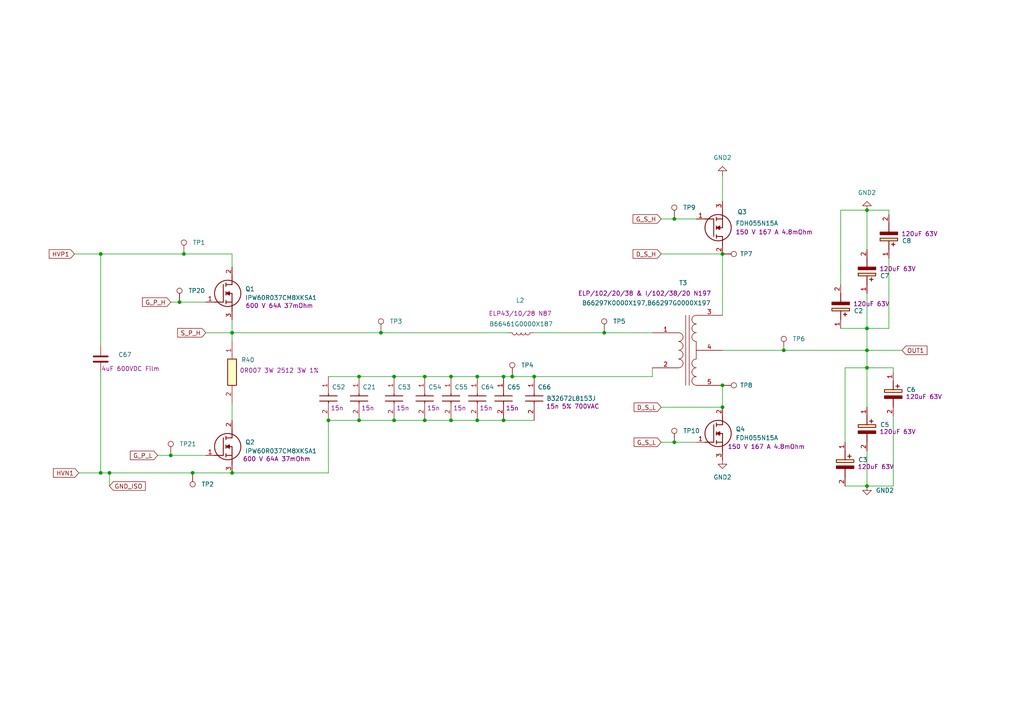
<source format=kicad_sch>
(kicad_sch (version 20250114) (generator "eeschema") (generator_version "9.0")
  (paper "A4")
  (lib_symbols
    (symbol "B32672L8153J:B32672L8153J" (pin_names (hide yes))
      (property "Reference" "C" (at 8.89 6.35 0))
      (property "Value" "B32672L8153J" (at 8.89 3.81 0))
      (symbol "B32672L8153J_1_1"
        (polyline (pts (xy 5.08 0) (xy 5.588 0)) (stroke (width 0.254)))
        (polyline (pts (xy 5.588 2.54) (xy 5.588 -2.54)) (stroke (width 0.254)))
        (polyline (pts (xy 7.112 2.54) (xy 7.112 -2.54)) (stroke (width 0.254)))
        (polyline (pts (xy 7.112 0) (xy 7.62 0)) (stroke (width 0.254)))
        (pin passive line (at 0 0 0) (length 5.08) (name "1") (number "1"))
        (pin passive line (at 12.7 0 180) (length 5.08) (name "2") (number "2"))
      )
    )
    (symbol "B40910A8127M000:B40910A8127M000" (pin_names (hide yes))
      (property "Reference" "C" (at 8.89 6.35 0))
      (property "Value" "B40910A8127M000" (at 8.89 3.81 0))
      (symbol "B40910A8127M000_1_1"
        (polyline (pts (xy 2.54 0) (xy 5.08 0)) (stroke (width 0.254)))
        (polyline (pts (xy 4.064 1.778) (xy 4.064 0.762)) (stroke (width 0.254)))
        (polyline (pts (xy 4.572 1.27) (xy 3.556 1.27)) (stroke (width 0.254)))
        (rectangle (start 5.08 2.54) (end 5.842 -2.54) (stroke (width 0.254)) (fill (type background)))
        (polyline (pts (xy 7.62 2.54) (xy 7.62 -2.54) (xy 6.858 -2.54) (xy 6.858 2.54) (xy 7.62 2.54)) (stroke (width 0.254)) (fill (type outline)))
        (polyline (pts (xy 7.62 0) (xy 10.16 0)) (stroke (width 0.254)))
        (pin passive line (at 0 0 0) (length 2.54) (name "+") (number "1"))
        (pin passive line (at 12.7 0 180) (length 2.54) (name "-") (number "2"))
      )
    )
    (symbol "Connector:TestPoint" (pin_numbers (hide yes)) (pin_names (offset 0.762) (hide yes))
      (property "Reference" "TP" (at 0 6.858 0))
      (property "Value" "TestPoint" (at 0 5.08 0))
      (symbol "TestPoint_0_1"
        (circle (center 0 3.302) (radius 0.762))
      )
      (symbol "TestPoint_1_1"
        (pin passive line (at 0 0 90) (length 2.54) (name "1") (number "1"))
      )
    )
    (symbol "Device:C" (pin_numbers (hide yes)) (pin_names (offset 0.254))
      (property "Reference" "C" (at 0.635 2.54 0))
      (property "Value" "C" (at 0.635 -2.54 0))
      (symbol "C_0_1"
        (polyline (pts (xy -2.032 0.762) (xy 2.032 0.762)) (stroke (width 0.508)))
        (polyline (pts (xy -2.032 -0.762) (xy 2.032 -0.762)) (stroke (width 0.508)))
      )
      (symbol "C_1_1"
        (pin passive line (at 0 3.81 270) (length 2.794) (name "~") (number "1"))
        (pin passive line (at 0 -3.81 90) (length 2.794) (name "~") (number "2"))
      )
    )
    (symbol "Device:L" (pin_numbers (hide yes)) (pin_names (offset 1.016) (hide yes))
      (property "Reference" "L" (at -1.27 0 90))
      (property "Value" "L" (at 1.905 0 90))
      (symbol "L_0_1"
        (arc (start 0 2.54) (mid 0.6323 1.905) (end 0 1.27))
        (arc (start 0 1.27) (mid 0.6323 0.635) (end 0 0))
        (arc (start 0 0) (mid 0.6323 -0.635) (end 0 -1.27))
        (arc (start 0 -1.27) (mid 0.6323 -1.905) (end 0 -2.54))
      )
      (symbol "L_1_1"
        (pin passive line (at 0 3.81 270) (length 1.27) (name "1") (number "1"))
        (pin passive line (at 0 -3.81 90) (length 1.27) (name "2") (number "2"))
      )
    )
    (symbol "FDH055N15A:FDH055N15A" (pin_names (hide yes))
      (property "Reference" "Q" (at 11.43 3.81 0))
      (property "Value" "FDH055N15A" (at 11.43 1.27 0))
      (symbol "FDH055N15A_1_1"
        (polyline (pts (xy 2.54 0) (xy 5.08 0)) (stroke (width 0.254)))
        (polyline (pts (xy 5.08 5.08) (xy 5.08 0)) (stroke (width 0.254)))
        (polyline (pts (xy 5.842 5.588) (xy 5.842 4.572)) (stroke (width 0.254)))
        (polyline (pts (xy 5.842 2.54) (xy 6.858 3.048) (xy 6.858 2.032) (xy 5.842 2.54)) (stroke (width 0.254)) (fill (type outline)))
        (polyline (pts (xy 5.842 2.032) (xy 5.842 3.048)) (stroke (width 0.254)))
        (polyline (pts (xy 5.842 0) (xy 7.62 0)) (stroke (width 0.254)))
        (polyline (pts (xy 5.842 -0.508) (xy 5.842 0.508)) (stroke (width 0.254)))
        (circle (center 6.35 2.54) (radius 3.81) (stroke (width 0.254)))
        (polyline (pts (xy 7.62 5.08) (xy 5.842 5.08)) (stroke (width 0.254)))
        (polyline (pts (xy 7.62 5.08) (xy 7.62 7.62)) (stroke (width 0.254)))
        (polyline (pts (xy 7.62 2.54) (xy 5.842 2.54)) (stroke (width 0.254)))
        (polyline (pts (xy 7.62 2.54) (xy 7.62 -2.54)) (stroke (width 0.254)))
        (pin passive line (at 0 0 0) (length 2.54) (name "G") (number "1"))
        (pin passive line (at 7.62 10.16 270) (length 2.54) (name "D") (number "2"))
        (pin passive line (at 7.62 -5.08 90) (length 2.54) (name "S") (number "3"))
      )
    )
    (symbol "IPW60R037CM8XKSA1:IPW60R037CM8XKSA1" (pin_names (hide yes))
      (property "Reference" "Q" (at 11.43 3.81 0))
      (property "Value" "IPW60R037CM8XKSA1" (at 11.43 1.27 0))
      (symbol "IPW60R037CM8XKSA1_1_1"
        (polyline (pts (xy 2.54 0) (xy 5.08 0)) (stroke (width 0.254)))
        (polyline (pts (xy 5.08 5.08) (xy 5.08 0)) (stroke (width 0.254)))
        (polyline (pts (xy 5.842 5.588) (xy 5.842 4.572)) (stroke (width 0.254)))
        (polyline (pts (xy 5.842 2.54) (xy 6.858 3.048) (xy 6.858 2.032) (xy 5.842 2.54)) (stroke (width 0.254)) (fill (type outline)))
        (polyline (pts (xy 5.842 2.032) (xy 5.842 3.048)) (stroke (width 0.254)))
        (polyline (pts (xy 5.842 0) (xy 7.62 0)) (stroke (width 0.254)))
        (polyline (pts (xy 5.842 -0.508) (xy 5.842 0.508)) (stroke (width 0.254)))
        (circle (center 6.35 2.54) (radius 3.81) (stroke (width 0.254)))
        (polyline (pts (xy 7.62 5.08) (xy 5.842 5.08)) (stroke (width 0.254)))
        (polyline (pts (xy 7.62 5.08) (xy 7.62 7.62)) (stroke (width 0.254)))
        (polyline (pts (xy 7.62 2.54) (xy 5.842 2.54)) (stroke (width 0.254)))
        (polyline (pts (xy 7.62 2.54) (xy 7.62 -2.54)) (stroke (width 0.254)))
        (pin passive line (at 0 0 0) (length 2.54) (name "G") (number "1"))
        (pin passive line (at 7.62 10.16 270) (length 2.54) (name "D") (number "2"))
        (pin passive line (at 7.62 -5.08 90) (length 2.54) (name "S") (number "3"))
      )
    )
    (symbol "LRMAP2512-R007FT4:LRMAP2512-R007FT4" (pin_names (hide yes))
      (property "Reference" "R" (at 13.97 6.35 0))
      (property "Value" "LRMAP2512-R007FT4" (at 13.97 3.81 0))
      (symbol "LRMAP2512-R007FT4_1_1"
        (rectangle (start 5.08 1.27) (end 12.7 -1.27) (stroke (width 0.254)) (fill (type background)))
        (pin passive line (at 0 0 0) (length 5.08) (name "1") (number "1"))
        (pin passive line (at 17.78 0 180) (length 5.08) (name "2") (number "2"))
      )
    )
    (symbol "New_Library:Transformer_LLC" (pin_names (offset 1.016) (hide yes))
      (property "Reference" "T" (at 0 12.7 0))
      (property "Value" "Transformer_LLC" (at 0 -12.7 0))
      (symbol "Transformer_LLC_0_1"
        (arc (start -1.27 3.81) (mid -1.656 2.9336) (end -2.54 2.5654))
        (arc (start -1.27 1.27) (mid -1.656 0.3936) (end -2.54 0.0254))
        (arc (start -1.27 -1.27) (mid -1.656 -2.1464) (end -2.54 -2.5146))
        (arc (start -1.27 -3.81) (mid -1.656 -4.6864) (end -2.54 -5.0546))
        (arc (start -2.54 5.08) (mid -1.642 4.708) (end -1.27 3.81))
        (arc (start -2.54 2.54) (mid -1.642 2.168) (end -1.27 1.27))
        (arc (start -2.54 0) (mid -1.642 -0.372) (end -1.27 -1.27))
        (arc (start -2.54 -2.54) (mid -1.642 -2.912) (end -1.27 -3.81))
        (polyline (pts (xy -0.508 -10.16) (xy -0.508 10.16)))
        (polyline (pts (xy 0.508 10.16) (xy 0.508 -10.16)))
        (arc (start 1.2954 8.89) (mid 1.6457 9.7917) (end 2.54 10.16))
        (arc (start 1.2954 6.35) (mid 1.6457 7.2517) (end 2.54 7.62))
        (arc (start 1.2954 3.81) (mid 1.6457 4.7117) (end 2.54 5.08))
        (arc (start 1.2954 -3.81) (mid 1.6457 -2.9083) (end 2.54 -2.54))
        (arc (start 1.2954 -6.35) (mid 1.6457 -5.4483) (end 2.54 -5.08))
        (arc (start 1.2954 -8.89) (mid 1.6457 -7.9883) (end 2.54 -7.62))
        (arc (start 2.54 7.6454) (mid 1.6599 8.0099) (end 1.2954 8.89))
        (arc (start 2.54 5.1054) (mid 1.6599 5.4699) (end 1.2954 6.35))
        (arc (start 2.54 2.5654) (mid 1.6599 2.9299) (end 1.2954 3.81))
        (polyline (pts (xy 2.54 2.54) (xy 2.54 -2.54)))
        (arc (start 2.54 -5.0546) (mid 1.6599 -4.6901) (end 1.2954 -3.81))
        (arc (start 2.54 -7.5946) (mid 1.6599 -7.2301) (end 1.2954 -6.35))
        (arc (start 2.54 -10.1346) (mid 1.6599 -9.7701) (end 1.2954 -8.89))
      )
      (symbol "Transformer_LLC_1_1"
        (pin passive line (at -10.16 5.08 0) (length 7.62) (name "AA") (number "1"))
        (pin passive line (at -10.16 -5.08 0) (length 7.62) (name "AB") (number "2"))
        (pin passive line (at 10.16 10.16 180) (length 7.62) (name "SA") (number "3"))
        (pin passive line (at 10.16 0 180) (length 7.62) (name "SC") (number "4"))
        (pin passive line (at 10.16 -10.16 180) (length 7.62) (name "SD") (number "5"))
      )
    )
    (symbol "power:GND2" (power) (pin_numbers (hide yes)) (pin_names (offset 0) (hide yes))
      (property "Value" "GND2" (at 0 -3.81 0))
      (symbol "GND2_0_1"
        (polyline (pts (xy 0 0) (xy 0 -1.27) (xy 1.27 -1.27) (xy 0 -2.54) (xy -1.27 -1.27) (xy 0 -1.27)))
      )
      (symbol "GND2_1_1"
        (pin power_in line (at 0 0 270) (length 0) (name "~") (number "1"))
      )
    )
  )
  (junction (at 209.55 73.66))
  (junction (at 251.46 106.68))
  (junction (at 227.33 101.6))
  (junction (at 52.07 87.63))
  (junction (at 29.21 137.16))
  (junction (at 146.05 121.92))
  (junction (at 110.49 96.52))
  (junction (at 209.55 118.11))
  (junction (at 251.46 140.97))
  (junction (at 148.59 109.22))
  (junction (at 138.43 121.92))
  (junction (at 29.21 73.66))
  (junction (at 138.43 109.22))
  (junction (at 49.53 132.08))
  (junction (at 154.94 109.22))
  (junction (at 195.58 128.27))
  (junction (at 123.19 121.92))
  (junction (at 130.81 121.92))
  (junction (at 114.3 121.92))
  (junction (at 251.46 101.6))
  (junction (at 146.05 109.22))
  (junction (at 53.34 73.66))
  (junction (at 31.75 137.16))
  (junction (at 104.14 109.22))
  (junction (at 251.46 95.25))
  (junction (at 175.26 96.52))
  (junction (at 95.25 121.92))
  (junction (at 130.81 109.22))
  (junction (at 251.46 60.96))
  (junction (at 104.14 121.92))
  (junction (at 55.88 137.16))
  (junction (at 67.31 96.52))
  (junction (at 114.3 109.22))
  (junction (at 67.31 137.16))
  (junction (at 195.58 63.5))
  (junction (at 209.55 111.76))
  (junction (at 123.19 109.22))
  (wire (pts (xy 191.77 63.5) (xy 195.58 63.5)))
  (wire (pts (xy 29.21 73.66) (xy 29.21 100.33)))
  (wire (pts (xy 209.55 50.8) (xy 209.55 58.42)))
  (wire (pts (xy 251.46 140.97) (xy 245.11 140.97)))
  (wire (pts (xy 191.77 73.66) (xy 209.55 73.66)))
  (wire (pts (xy 130.81 109.22) (xy 138.43 109.22)))
  (wire (pts (xy 195.58 128.27) (xy 201.93 128.27)))
  (wire (pts (xy 67.31 73.66) (xy 53.34 73.66)))
  (wire (pts (xy 67.31 96.52) (xy 110.49 96.52)))
  (wire (pts (xy 104.14 121.92) (xy 114.3 121.92)))
  (wire (pts (xy 148.59 109.22) (xy 154.94 109.22)))
  (wire (pts (xy 245.11 106.68) (xy 245.11 128.27)))
  (wire (pts (xy 95.25 137.16) (xy 67.31 137.16)))
  (wire (pts (xy 114.3 109.22) (xy 123.19 109.22)))
  (wire (pts (xy 59.69 96.52) (xy 67.31 96.52)))
  (wire (pts (xy 257.81 95.25) (xy 251.46 95.25)))
  (wire (pts (xy 104.14 109.22) (xy 114.3 109.22)))
  (wire (pts (xy 52.07 87.63) (xy 59.69 87.63)))
  (wire (pts (xy 251.46 101.6) (xy 261.62 101.6)))
  (wire (pts (xy 251.46 85.09) (xy 251.46 95.25)))
  (wire (pts (xy 45.72 132.08) (xy 49.53 132.08)))
  (wire (pts (xy 154.94 96.52) (xy 175.26 96.52)))
  (wire (pts (xy 191.77 128.27) (xy 195.58 128.27)))
  (wire (pts (xy 259.08 106.68) (xy 259.08 107.95)))
  (wire (pts (xy 123.19 121.92) (xy 130.81 121.92)))
  (wire (pts (xy 114.3 121.92) (xy 123.19 121.92)))
  (wire (pts (xy 175.26 96.52) (xy 189.23 96.52)))
  (wire (pts (xy 257.81 74.93) (xy 257.81 95.25)))
  (wire (pts (xy 95.25 109.22) (xy 104.14 109.22)))
  (wire (pts (xy 29.21 107.95) (xy 29.21 137.16)))
  (wire (pts (xy 251.46 130.81) (xy 251.46 140.97)))
  (wire (pts (xy 195.58 63.5) (xy 201.93 63.5)))
  (wire (pts (xy 227.33 101.6) (xy 251.46 101.6)))
  (wire (pts (xy 154.94 109.22) (xy 189.23 109.22)))
  (wire (pts (xy 251.46 101.6) (xy 251.46 106.68)))
  (wire (pts (xy 251.46 95.25) (xy 251.46 101.6)))
  (wire (pts (xy 67.31 73.66) (xy 67.31 77.47)))
  (wire (pts (xy 67.31 92.71) (xy 67.31 96.52)))
  (wire (pts (xy 29.21 137.16) (xy 31.75 137.16)))
  (wire (pts (xy 259.08 140.97) (xy 251.46 140.97)))
  (wire (pts (xy 22.86 137.16) (xy 29.21 137.16)))
  (wire (pts (xy 189.23 109.22) (xy 189.23 106.68)))
  (wire (pts (xy 138.43 121.92) (xy 146.05 121.92)))
  (wire (pts (xy 31.75 137.16) (xy 55.88 137.16)))
  (wire (pts (xy 49.53 87.63) (xy 52.07 87.63)))
  (wire (pts (xy 191.77 118.11) (xy 209.55 118.11)))
  (wire (pts (xy 29.21 73.66) (xy 53.34 73.66)))
  (wire (pts (xy 146.05 121.92) (xy 154.94 121.92)))
  (wire (pts (xy 257.81 60.96) (xy 251.46 60.96)))
  (wire (pts (xy 67.31 116.84) (xy 67.31 121.92)))
  (wire (pts (xy 31.75 140.97) (xy 31.75 137.16)))
  (wire (pts (xy 251.46 60.96) (xy 243.84 60.96)))
  (wire (pts (xy 243.84 60.96) (xy 243.84 82.55)))
  (wire (pts (xy 251.46 106.68) (xy 251.46 118.11)))
  (wire (pts (xy 251.46 95.25) (xy 243.84 95.25)))
  (wire (pts (xy 49.53 132.08) (xy 59.69 132.08)))
  (wire (pts (xy 257.81 60.96) (xy 257.81 62.23)))
  (wire (pts (xy 21.59 73.66) (xy 29.21 73.66)))
  (wire (pts (xy 95.25 121.92) (xy 95.25 137.16)))
  (wire (pts (xy 110.49 96.52) (xy 147.32 96.52)))
  (wire (pts (xy 209.55 73.66) (xy 209.55 91.44)))
  (wire (pts (xy 259.08 120.65) (xy 259.08 140.97)))
  (wire (pts (xy 251.46 106.68) (xy 245.11 106.68)))
  (wire (pts (xy 55.88 137.16) (xy 67.31 137.16)))
  (wire (pts (xy 251.46 60.96) (xy 251.46 72.39)))
  (wire (pts (xy 209.55 101.6) (xy 227.33 101.6)))
  (wire (pts (xy 95.25 121.92) (xy 104.14 121.92)))
  (wire (pts (xy 146.05 109.22) (xy 148.59 109.22)))
  (wire (pts (xy 209.55 111.76) (xy 209.55 118.11)))
  (wire (pts (xy 123.19 109.22) (xy 130.81 109.22)))
  (wire (pts (xy 259.08 106.68) (xy 251.46 106.68)))
  (wire (pts (xy 67.31 96.52) (xy 67.31 99.06)))
  (wire (pts (xy 130.81 121.92) (xy 138.43 121.92)))
  (wire (pts (xy 138.43 109.22) (xy 146.05 109.22)))
  (global_label "GND_ISO" (shape input) (at 31.75 140.97 0) (property "Intersheetrefs" "${INTERSHEET_REFS}" (effects (hide yes))))
  (global_label "D_S_L" (shape input) (at 191.77 118.11 180) (property "Intersheetrefs" "${INTERSHEET_REFS}" (effects (hide yes))))
  (global_label "G_S_H" (shape input) (at 191.77 63.5 180) (property "Intersheetrefs" "${INTERSHEET_REFS}" (effects (hide yes))))
  (global_label "G_P_H" (shape input) (at 49.53 87.63 180) (property "Intersheetrefs" "${INTERSHEET_REFS}" (effects (hide yes))))
  (global_label "G_P_L" (shape input) (at 45.72 132.08 180) (property "Intersheetrefs" "${INTERSHEET_REFS}" (effects (hide yes))))
  (global_label "HVN1" (shape input) (at 22.86 137.16 180) (property "Intersheetrefs" "${INTERSHEET_REFS}" (effects (hide yes))))
  (global_label "D_S_H" (shape input) (at 191.77 73.66 180) (property "Intersheetrefs" "${INTERSHEET_REFS}" (effects (hide yes))))
  (global_label "G_S_L" (shape input) (at 191.77 128.27 180) (property "Intersheetrefs" "${INTERSHEET_REFS}" (effects (hide yes))))
  (global_label "OUT1" (shape input) (at 261.62 101.6 0) (property "Intersheetrefs" "${INTERSHEET_REFS}" (effects (hide yes))))
  (global_label "HVP1" (shape input) (at 21.59 73.66 180) (property "Intersheetrefs" "${INTERSHEET_REFS}" (effects (hide yes))))
  (global_label "S_P_H" (shape input) (at 59.69 96.52 180) (property "Intersheetrefs" "${INTERSHEET_REFS}" (effects (hide yes))))
  (symbol (lib_id "B40910A8127M000:B40910A8127M000") (at 243.84 95.25 270) (mirror x) (unit 1)
    (property "Reference" "C2" (at 247.65 90.1701 90) (effects (justify left)))
    (property "Value" "B40910A8127M000" (effects (hide yes)))
    (property "Footprint" "B40910A8127M000:B40910A8127M000" (effects (hide yes)))
    (property "Datasheet" "https://product.tdk.com/system/files/dam/doc/product/capacitor/aluminum-electrolytic/hybrid-polymer/data_sheet/20/30/db/aec/b40910.pdf" (effects (hide yes)))
    (property "Description" "120uF 63V" (at 252.73 88.138 90))
    (property "Height" "12.8" (effects (hide yes)))
    (property "Mouser Part Number" "871-B40910A8127M000" (effects (hide yes)))
    (property "Manufacturer_Name" "TDK" (effects (hide yes)))
    (property "Manufacturer_Part_Number" "B40910A8127M000" (effects (hide yes)))
    (property "FirstOrderDone" "yes" (effects (hide yes)))
  )
  (symbol (lib_id "B32672L8153J:B32672L8153J") (at 123.19 109.22 270) (unit 1)
    (property "Reference" "C54" (at 124.206 112.268 90) (effects (justify left)))
    (property "Value" "B32672L8153J" (effects (hide yes)))
    (property "Footprint" "B32672L8153J000:CAPRR1500W80L1800T850H1450" (effects (hide yes)))
    (property "Datasheet" "https://product.tdk.com/system/files/dam/doc/product/capacitor/film/mkp_mfp/data_sheet/20/20/db/fc_2009/mkp_b32671l_672l.pdf" (effects (hide yes)))
    (property "Description" "15n 5% 700VAC" (effects (hide yes)))
    (property "Height" "14.5" (effects (hide yes)))
    (property "Mouser Part Number" "871-B32672L8153J" (effects (hide yes)))
    (property "Mouser Price/Stock" "https://www.mouser.co.uk/ProductDetail/EPCOS-TDK/B32672L8153J?qs=CsdphVCLJRjPN7YH24ATpg%3D%3D" (effects (hide yes)))
    (property "Manufacturer_Name" "TDK" (effects (hide yes)))
    (property "Manufacturer_Part_Number" "B32672L8153J" (effects (hide yes)))
    (property "FirstOrderDone" "yes" (effects (hide yes)))
    (property "Field11" "15n" (at 125.73 118.364 90))
  )
  (symbol (lib_id "power:GND2") (at 209.55 133.35 0) (unit 1)
    (property "Reference" "#PWR010" (effects (hide yes)))
    (property "Value" "GND2" (at 209.55 138.43 0))
    (property "Description" "Power symbol creates a global label with name \"GND2\" , ground" (effects (hide yes)))
  )
  (symbol (lib_id "B40910A8127M000:B40910A8127M000") (at 259.08 107.95 270) (unit 1)
    (property "Reference" "C6" (at 262.89 113.0299 90) (effects (justify left)))
    (property "Value" "B40910A8127M000" (effects (hide yes)))
    (property "Footprint" "B40910A8127M000:B40910A8127M000" (effects (hide yes)))
    (property "Datasheet" "https://product.tdk.com/system/files/dam/doc/product/capacitor/aluminum-electrolytic/hybrid-polymer/data_sheet/20/30/db/aec/b40910.pdf" (effects (hide yes)))
    (property "Description" "120uF 63V" (at 267.97 115.062 90))
    (property "Height" "12.8" (effects (hide yes)))
    (property "Mouser Part Number" "871-B40910A8127M000" (effects (hide yes)))
    (property "Manufacturer_Name" "TDK" (effects (hide yes)))
    (property "Manufacturer_Part_Number" "B40910A8127M000" (effects (hide yes)))
    (property "FirstOrderDone" "yes" (effects (hide yes)))
  )
  (symbol (lib_id "Connector:TestPoint") (at 195.58 128.27 0) (unit 1)
    (property "Reference" "TP10" (at 198.12 124.9679 0) (effects (justify left)))
    (property "Value" "TestPoint" (effects (hide yes)))
    (property "Footprint" "TestPoint:TestPoint_Pad_D1.0mm" (effects (hide yes)))
    (property "Description" "test point" (effects (hide yes)))
  )
  (symbol (lib_id "Connector:TestPoint") (at 209.55 111.76 270) (unit 1)
    (property "Reference" "TP8" (at 214.63 111.7599 90) (effects (justify left)))
    (property "Value" "TestPoint" (effects (hide yes)))
    (property "Footprint" "TestPoint:TestPoint_Pad_D1.0mm" (effects (hide yes)))
    (property "Description" "test point" (effects (hide yes)))
  )
  (symbol (lib_id "Connector:TestPoint") (at 227.33 101.6 0) (unit 1)
    (property "Reference" "TP6" (at 229.87 98.2979 0) (effects (justify left)))
    (property "Value" "TestPoint" (effects (hide yes)))
    (property "Footprint" "TestPoint:TestPoint_Pad_D1.0mm" (effects (hide yes)))
    (property "Description" "test point" (effects (hide yes)))
  )
  (symbol (lib_id "Connector:TestPoint") (at 49.53 132.08 0) (unit 1)
    (property "Reference" "TP21" (at 52.07 128.7779 0) (effects (justify left)))
    (property "Value" "TestPoint" (effects (hide yes)))
    (property "Footprint" "TestPoint:TestPoint_Pad_D1.0mm" (effects (hide yes)))
    (property "Description" "test point" (effects (hide yes)))
  )
  (symbol (lib_id "Connector:TestPoint") (at 148.59 109.22 0) (unit 1)
    (property "Reference" "TP4" (at 151.13 105.9179 0) (effects (justify left)))
    (property "Value" "TestPoint" (effects (hide yes)))
    (property "Footprint" "TestPoint:TestPoint_Pad_D1.0mm" (effects (hide yes)))
    (property "Description" "test point" (effects (hide yes)))
  )
  (symbol (lib_id "B32672L8153J:B32672L8153J") (at 154.94 109.22 270) (unit 1)
    (property "Reference" "C66" (at 155.956 112.268 90) (effects (justify left)))
    (property "Value" "B32672L8153J" (at 158.496 115.57 90) (effects (justify left)))
    (property "Footprint" "B32672L8153J000:CAPRR1500W80L1800T850H1450" (effects (hide yes)))
    (property "Datasheet" "https://product.tdk.com/system/files/dam/doc/product/capacitor/film/mkp_mfp/data_sheet/20/20/db/fc_2009/mkp_b32671l_672l.pdf" (effects (hide yes)))
    (property "Description" "15n 5% 700VAC" (at 166.116 117.856 90))
    (property "Height" "14.5" (effects (hide yes)))
    (property "Mouser Part Number" "871-B32672L8153J" (effects (hide yes)))
    (property "Mouser Price/Stock" "https://www.mouser.co.uk/ProductDetail/EPCOS-TDK/B32672L8153J?qs=CsdphVCLJRjPN7YH24ATpg%3D%3D" (effects (hide yes)))
    (property "Manufacturer_Name" "TDK" (effects (hide yes)))
    (property "Manufacturer_Part_Number" "B32672L8153J" (effects (hide yes)))
    (property "FirstOrderDone" "yes" (effects (hide yes)))
    (property "Field11" "15n" (effects (hide yes)))
  )
  (symbol (lib_id "LRMAP2512-R007FT4:LRMAP2512-R007FT4") (at 67.31 99.06 270) (unit 1)
    (property "Reference" "R40" (at 71.882 104.394 90))
    (property "Value" "LRMAP2512-R007FT4" (effects (hide yes)))
    (property "Footprint" "LRMAP2512-R007FT4:RESC6432X90N" (effects (hide yes)))
    (property "Datasheet" "https://ms.componentsearchengine.com/Datasheets/1/LRMAP2512-R007FT4.pdf" (effects (hide yes)))
    (property "Description" "0R007 3W 2512 3W 1%" (at 81.026 107.442 90))
    (property "Height" "0.9" (effects (hide yes)))
    (property "Mouser Part Number" "756-LRMAP2512R007FT4" (effects (hide yes)))
    (property "Mouser Price/Stock" "https://www.mouser.co.uk/ProductDetail/Welwyn-Components-TT-Electronics/LRMAP2512-R007FT4?qs=GbEj%2Fc2lfndAsEUYgCINUQ%3D%3D" (effects (hide yes)))
    (property "Manufacturer_Name" "TT Electronics" (effects (hide yes)))
    (property "Manufacturer_Part_Number" "LRMAP2512-R007FT4" (effects (hide yes)))
  )
  (symbol (lib_id "B32672L8153J:B32672L8153J") (at 130.81 109.22 270) (unit 1)
    (property "Reference" "C55" (at 131.826 112.268 90) (effects (justify left)))
    (property "Value" "B32672L8153J" (effects (hide yes)))
    (property "Footprint" "B32672L8153J000:CAPRR1500W80L1800T850H1450" (effects (hide yes)))
    (property "Datasheet" "https://product.tdk.com/system/files/dam/doc/product/capacitor/film/mkp_mfp/data_sheet/20/20/db/fc_2009/mkp_b32671l_672l.pdf" (effects (hide yes)))
    (property "Description" "15n 5% 700VAC" (effects (hide yes)))
    (property "Height" "14.5" (effects (hide yes)))
    (property "Mouser Part Number" "871-B32672L8153J" (effects (hide yes)))
    (property "Mouser Price/Stock" "https://www.mouser.co.uk/ProductDetail/EPCOS-TDK/B32672L8153J?qs=CsdphVCLJRjPN7YH24ATpg%3D%3D" (effects (hide yes)))
    (property "Manufacturer_Name" "TDK" (effects (hide yes)))
    (property "Manufacturer_Part_Number" "B32672L8153J" (effects (hide yes)))
    (property "FirstOrderDone" "yes" (effects (hide yes)))
    (property "Field11" "15n" (at 133.35 118.364 90))
  )
  (symbol (lib_id "B32672L8153J:B32672L8153J") (at 114.3 109.22 270) (unit 1)
    (property "Reference" "C53" (at 115.316 112.268 90) (effects (justify left)))
    (property "Value" "B32672L8153J" (effects (hide yes)))
    (property "Footprint" "B32672L8153J000:CAPRR1500W80L1800T850H1450" (effects (hide yes)))
    (property "Datasheet" "https://product.tdk.com/system/files/dam/doc/product/capacitor/film/mkp_mfp/data_sheet/20/20/db/fc_2009/mkp_b32671l_672l.pdf" (effects (hide yes)))
    (property "Description" "15n 5% 700VAC" (effects (hide yes)))
    (property "Height" "14.5" (effects (hide yes)))
    (property "Mouser Part Number" "871-B32672L8153J" (effects (hide yes)))
    (property "Mouser Price/Stock" "https://www.mouser.co.uk/ProductDetail/EPCOS-TDK/B32672L8153J?qs=CsdphVCLJRjPN7YH24ATpg%3D%3D" (effects (hide yes)))
    (property "Manufacturer_Name" "TDK" (effects (hide yes)))
    (property "Manufacturer_Part_Number" "B32672L8153J" (effects (hide yes)))
    (property "FirstOrderDone" "yes" (effects (hide yes)))
    (property "Field11" "15n" (at 116.84 118.364 90))
  )
  (symbol (lib_id "B32672L8153J:B32672L8153J") (at 146.05 109.22 270) (unit 1)
    (property "Reference" "C65" (at 147.066 112.268 90) (effects (justify left)))
    (property "Value" "B32672L8153J" (effects (hide yes)))
    (property "Footprint" "B32672L8153J000:CAPRR1500W80L1800T850H1450" (effects (hide yes)))
    (property "Datasheet" "https://product.tdk.com/system/files/dam/doc/product/capacitor/film/mkp_mfp/data_sheet/20/20/db/fc_2009/mkp_b32671l_672l.pdf" (effects (hide yes)))
    (property "Description" "15n 5% 700VAC" (effects (hide yes)))
    (property "Height" "14.5" (effects (hide yes)))
    (property "Mouser Part Number" "871-B32672L8153J" (effects (hide yes)))
    (property "Mouser Price/Stock" "https://www.mouser.co.uk/ProductDetail/EPCOS-TDK/B32672L8153J?qs=CsdphVCLJRjPN7YH24ATpg%3D%3D" (effects (hide yes)))
    (property "Manufacturer_Name" "TDK" (effects (hide yes)))
    (property "Manufacturer_Part_Number" "B32672L8153J" (effects (hide yes)))
    (property "FirstOrderDone" "yes" (effects (hide yes)))
    (property "Field11" "15n" (at 148.59 118.364 90))
  )
  (symbol (lib_id "New_Library:Transformer_LLC") (at 199.39 101.6 0) (unit 1)
    (property "Reference" "T3" (at 198.12 82.042 0))
    (property "Value" "B66297K0000X197,B66297G0000X197" (at 187.452 87.884 0))
    (property "Footprint" "New_Linrary:ELP_102_20_38_V6" (effects (hide yes)))
    (property "Datasheet" "https://www.tdk-electronics.tdk.com/inf/80/db/fer/elp_64_10_50.pdf" (effects (hide yes)))
    (property "Description" "ELP/102/20/38 & I/102/38/20 N197" (at 186.944 85.09 0))
    (property "Mouser Part Number" "871-B66297KX197,871-B66297GX197" (effects (hide yes)))
    (property "Manufacturer_Name  " "EPCOS / TDK" (effects (hide yes)))
    (property "Manufacturer_Part_Number " "B66297K0000X197,B66297G0000X197" (effects (hide yes)))
    (property "FirstOrderDone" "yes" (effects (hide yes)))
  )
  (symbol (lib_id "power:GND2") (at 251.46 60.96 180) (unit 1)
    (property "Reference" "#PWR049" (effects (hide yes)))
    (property "Value" "GND2" (at 251.46 55.88 0))
    (property "Description" "Power symbol creates a global label with name \"GND2\" , ground" (effects (hide yes)))
  )
  (symbol (lib_id "B32672L8153J:B32672L8153J") (at 95.25 109.22 270) (unit 1)
    (property "Reference" "C52" (at 96.266 112.268 90) (effects (justify left)))
    (property "Value" "B32672L8153J" (effects (hide yes)))
    (property "Footprint" "B32672L8153J000:CAPRR1500W80L1800T850H1450" (effects (hide yes)))
    (property "Datasheet" "https://product.tdk.com/system/files/dam/doc/product/capacitor/film/mkp_mfp/data_sheet/20/20/db/fc_2009/mkp_b32671l_672l.pdf" (effects (hide yes)))
    (property "Description" "15n 5% 700VAC" (effects (hide yes)))
    (property "Height" "14.5" (effects (hide yes)))
    (property "Mouser Part Number" "871-B32672L8153J" (effects (hide yes)))
    (property "Mouser Price/Stock" "https://www.mouser.co.uk/ProductDetail/EPCOS-TDK/B32672L8153J?qs=CsdphVCLJRjPN7YH24ATpg%3D%3D" (effects (hide yes)))
    (property "Manufacturer_Name" "TDK" (effects (hide yes)))
    (property "Manufacturer_Part_Number" "B32672L8153J" (effects (hide yes)))
    (property "FirstOrderDone" "yes" (effects (hide yes)))
    (property "Field11" "15n" (at 97.79 118.364 90))
  )
  (symbol (lib_id "B32672L8153J:B32672L8153J") (at 104.14 109.22 270) (unit 1)
    (property "Reference" "C21" (at 105.156 112.268 90) (effects (justify left)))
    (property "Value" "B32672L8153J" (effects (hide yes)))
    (property "Footprint" "B32672L8153J000:CAPRR1500W80L1800T850H1450" (effects (hide yes)))
    (property "Datasheet" "https://product.tdk.com/system/files/dam/doc/product/capacitor/film/mkp_mfp/data_sheet/20/20/db/fc_2009/mkp_b32671l_672l.pdf" (effects (hide yes)))
    (property "Description" "15n 5% 700VAC" (effects (hide yes)))
    (property "Height" "14.5" (effects (hide yes)))
    (property "Mouser Part Number" "871-B32672L8153J" (effects (hide yes)))
    (property "Mouser Price/Stock" "https://www.mouser.co.uk/ProductDetail/EPCOS-TDK/B32672L8153J?qs=CsdphVCLJRjPN7YH24ATpg%3D%3D" (effects (hide yes)))
    (property "Manufacturer_Name" "TDK" (effects (hide yes)))
    (property "Manufacturer_Part_Number" "B32672L8153J" (effects (hide yes)))
    (property "FirstOrderDone" "yes" (effects (hide yes)))
    (property "Field11" "15n" (at 106.68 118.364 90))
  )
  (symbol (lib_id "B32672L8153J:B32672L8153J") (at 138.43 109.22 270) (unit 1)
    (property "Reference" "C64" (at 139.446 112.268 90) (effects (justify left)))
    (property "Value" "B32672L8153J" (effects (hide yes)))
    (property "Footprint" "B32672L8153J000:CAPRR1500W80L1800T850H1450" (effects (hide yes)))
    (property "Datasheet" "https://product.tdk.com/system/files/dam/doc/product/capacitor/film/mkp_mfp/data_sheet/20/20/db/fc_2009/mkp_b32671l_672l.pdf" (effects (hide yes)))
    (property "Description" "15n 5% 700VAC" (effects (hide yes)))
    (property "Height" "14.5" (effects (hide yes)))
    (property "Mouser Part Number" "871-B32672L8153J" (effects (hide yes)))
    (property "Mouser Price/Stock" "https://www.mouser.co.uk/ProductDetail/EPCOS-TDK/B32672L8153J?qs=CsdphVCLJRjPN7YH24ATpg%3D%3D" (effects (hide yes)))
    (property "Manufacturer_Name" "TDK" (effects (hide yes)))
    (property "Manufacturer_Part_Number" "B32672L8153J" (effects (hide yes)))
    (property "FirstOrderDone" "yes" (effects (hide yes)))
    (property "Field11" "15n" (at 140.97 118.364 90))
  )
  (symbol (lib_id "B40910A8127M000:B40910A8127M000") (at 257.81 74.93 270) (mirror x) (unit 1)
    (property "Reference" "C8" (at 261.62 69.8501 90) (effects (justify left)))
    (property "Value" "B40910A8127M000" (effects (hide yes)))
    (property "Footprint" "B40910A8127M000:B40910A8127M000" (effects (hide yes)))
    (property "Datasheet" "https://product.tdk.com/system/files/dam/doc/product/capacitor/aluminum-electrolytic/hybrid-polymer/data_sheet/20/30/db/aec/b40910.pdf" (effects (hide yes)))
    (property "Description" "120uF 63V" (at 266.7 67.818 90))
    (property "Height" "12.8" (effects (hide yes)))
    (property "Mouser Part Number" "871-B40910A8127M000" (effects (hide yes)))
    (property "Manufacturer_Name" "TDK" (effects (hide yes)))
    (property "Manufacturer_Part_Number" "B40910A8127M000" (effects (hide yes)))
    (property "FirstOrderDone" "yes" (effects (hide yes)))
  )
  (symbol (lib_id "FDH055N15A:FDH055N15A") (at 201.93 63.5 0) (mirror x) (unit 1)
    (property "Reference" "Q3" (at 213.868 61.468 0) (effects (justify left)))
    (property "Value" "FDH055N15A" (at 213.36 64.7701 0) (effects (justify left)))
    (property "Footprint" "Package_TO_SOT_THT:TO-247-3_Horizontal_TabDown" (effects (hide yes)))
    (property "Datasheet" "https://www.onsemi.com/pub/Collateral/FDH055N15A-D.PDF" (effects (hide yes)))
    (property "Description" "150 V 167 A 4.8mOhm" (at 224.536 67.31 0))
    (property "Height" "4.82" (effects (hide yes)))
    (property "Mouser Part Number" "512-FDH055N15A" (effects (hide yes)))
    (property "Mouser Price/Stock" "https://www.mouser.co.uk/ProductDetail/onsemi-Fairchild/FDH055N15A?qs=r2Ui%2FjbkGg%2FwTUHq7txgCw%3D%3D" (effects (hide yes)))
    (property "Manufacturer_Name" "onsemi" (effects (hide yes)))
    (property "Manufacturer_Part_Number" "FDH055N15A" (effects (hide yes)))
    (property "FirstOrderDone" "yes" (effects (hide yes)))
  )
  (symbol (lib_id "Connector:TestPoint") (at 209.55 73.66 270) (unit 1)
    (property "Reference" "TP7" (at 214.63 73.6599 90) (effects (justify left)))
    (property "Value" "TestPoint" (effects (hide yes)))
    (property "Footprint" "TestPoint:TestPoint_Pad_D1.0mm" (effects (hide yes)))
    (property "Description" "test point" (effects (hide yes)))
  )
  (symbol (lib_id "Device:C") (at 29.21 104.14 0) (unit 1)
    (property "Reference" "C67" (at 34.29 102.8699 0) (effects (justify left)))
    (property "Value" "EFDKS60K405D032LH" (effects (hide yes)))
    (property "Footprint" "Capacitor_THT:C_Rect_L33.0mm_W13.0mm_P27.50mm_MKS4" (effects (hide yes)))
    (property "Datasheet" "https://www.eaton.com/content/dam/eaton/products/electronic-components/resources/data-sheet/eaton-efdks-film-capacitor-dc-link-data-sheet-elx1260-en.pdf" (effects (hide yes)))
    (property "Description" "4uF 600VDC Film" (at 37.846 106.934 0))
    (property "Manufacturer_Part_Number" "EFDKS60K405D032LH" (effects (hide yes)))
    (property "Manufacturer_Name " "Eaton Electronics" (effects (hide yes)))
    (property "Mouser Part Number" "504-EFDKS60K405D032L" (effects (hide yes)))
  )
  (symbol (lib_id "Connector:TestPoint") (at 52.07 87.63 0) (unit 1)
    (property "Reference" "TP20" (at 54.61 84.3279 0) (effects (justify left)))
    (property "Value" "TestPoint" (effects (hide yes)))
    (property "Footprint" "TestPoint:TestPoint_Pad_D1.0mm" (effects (hide yes)))
    (property "Description" "test point" (effects (hide yes)))
  )
  (symbol (lib_id "Connector:TestPoint") (at 53.34 73.66 0) (unit 1)
    (property "Reference" "TP1" (at 55.88 70.3579 0) (effects (justify left)))
    (property "Value" "TestPoint" (effects (hide yes)))
    (property "Footprint" "TestPoint:TestPoint_Pad_D1.0mm" (effects (hide yes)))
    (property "Description" "test point" (effects (hide yes)))
  )
  (symbol (lib_id "Connector:TestPoint") (at 55.88 137.16 180) (unit 1)
    (property "Reference" "TP2" (at 58.42 140.4619 0) (effects (justify right)))
    (property "Value" "TestPoint" (effects (hide yes)))
    (property "Footprint" "TestPoint:TestPoint_Pad_D1.0mm" (effects (hide yes)))
    (property "Description" "test point" (effects (hide yes)))
  )
  (symbol (lib_id "IPW60R037CM8XKSA1:IPW60R037CM8XKSA1") (at 59.69 87.63 0) (unit 1)
    (property "Reference" "Q1" (at 71.12 83.8199 0) (effects (justify left)))
    (property "Value" "IPW60R037CM8XKSA1" (at 71.12 86.3599 0) (effects (justify left)))
    (property "Footprint" "Package_TO_SOT_THT:TO-247-3_Horizontal_TabDown" (effects (hide yes)))
    (property "Datasheet" "https://www.mouser.fr/datasheet/3/70/1/Infineon-IPW60R037CM8-DataSheet-v02_01-EN.pdf" (effects (hide yes)))
    (property "Description" "600 V 64A 37mOhm" (at 81.026 88.646 0))
    (property "Height" "5.21" (effects (hide yes)))
    (property "Mouser Part Number" "726-IPW60R037CM8XKSA" (effects (hide yes)))
    (property "Mouser Price/Stock" "https://www.mouser.co.uk/ProductDetail/Infineon-Technologies/IPW60R037CM8XKSA1?qs=2wMNvWM5ZX6iR5SSpR9OjA%3D%3D" (effects (hide yes)))
    (property "Manufacturer_Name" "Infineon" (effects (hide yes)))
    (property "Manufacturer_Part_Number" "IPW60R037CM8XKSA1" (effects (hide yes)))
    (property "FirstOrderDone" "yes" (effects (hide yes)))
  )
  (symbol (lib_id "FDH055N15A:FDH055N15A") (at 201.93 128.27 0) (unit 1)
    (property "Reference" "Q4" (at 213.36 124.4599 0) (effects (justify left)))
    (property "Value" "FDH055N15A" (at 213.36 126.9999 0) (effects (justify left)))
    (property "Footprint" "Package_TO_SOT_THT:TO-247-3_Horizontal_TabDown" (effects (hide yes)))
    (property "Datasheet" "https://www.onsemi.com/pub/Collateral/FDH055N15A-D.PDF" (effects (hide yes)))
    (property "Description" "150 V 167 A 4.8mOhm" (at 222.25 129.54 0))
    (property "Height" "4.82" (effects (hide yes)))
    (property "Mouser Part Number" "512-FDH055N15A" (effects (hide yes)))
    (property "Mouser Price/Stock" "https://www.mouser.co.uk/ProductDetail/onsemi-Fairchild/FDH055N15A?qs=r2Ui%2FjbkGg%2FwTUHq7txgCw%3D%3D" (effects (hide yes)))
    (property "Manufacturer_Name" "onsemi" (effects (hide yes)))
    (property "Manufacturer_Part_Number" "FDH055N15A" (effects (hide yes)))
    (property "FirstOrderDone" "yes" (effects (hide yes)))
  )
  (symbol (lib_id "Connector:TestPoint") (at 175.26 96.52 0) (unit 1)
    (property "Reference" "TP5" (at 177.8 93.2179 0) (effects (justify left)))
    (property "Value" "TestPoint" (effects (hide yes)))
    (property "Footprint" "TestPoint:TestPoint_Pad_D1.0mm" (effects (hide yes)))
    (property "Description" "test point" (effects (hide yes)))
  )
  (symbol (lib_id "power:GND2") (at 209.55 50.8 0) (mirror x) (unit 1)
    (property "Reference" "#PWR09" (effects (hide yes)))
    (property "Value" "GND2" (at 209.55 45.72 0))
    (property "Description" "Power symbol creates a global label with name \"GND2\" , ground" (effects (hide yes)))
  )
  (symbol (lib_id "Connector:TestPoint") (at 110.49 96.52 0) (unit 1)
    (property "Reference" "TP3" (at 113.03 93.2179 0) (effects (justify left)))
    (property "Value" "TestPoint" (effects (hide yes)))
    (property "Footprint" "TestPoint:TestPoint_Pad_D1.0mm" (effects (hide yes)))
    (property "Description" "test point" (effects (hide yes)))
  )
  (symbol (lib_id "power:GND2") (at 251.46 140.97 0) (unit 1)
    (property "Reference" "#PWR07" (effects (hide yes)))
    (property "Value" "GND2" (at 254 142.2399 0) (effects (justify left)))
    (property "Description" "Power symbol creates a global label with name \"GND2\" , ground" (effects (hide yes)))
  )
  (symbol (lib_id "B40910A8127M000:B40910A8127M000") (at 251.46 118.11 270) (unit 1)
    (property "Reference" "C5" (at 255.27 123.1899 90) (effects (justify left)))
    (property "Value" "B40910A8127M000" (effects (hide yes)))
    (property "Footprint" "B40910A8127M000:B40910A8127M000" (effects (hide yes)))
    (property "Datasheet" "https://product.tdk.com/system/files/dam/doc/product/capacitor/aluminum-electrolytic/hybrid-polymer/data_sheet/20/30/db/aec/b40910.pdf" (effects (hide yes)))
    (property "Description" "120uF 63V" (at 260.35 125.222 90))
    (property "Height" "12.8" (effects (hide yes)))
    (property "Mouser Part Number" "871-B40910A8127M000" (effects (hide yes)))
    (property "Manufacturer_Name" "TDK" (effects (hide yes)))
    (property "Manufacturer_Part_Number" "B40910A8127M000" (effects (hide yes)))
    (property "FirstOrderDone" "yes" (effects (hide yes)))
  )
  (symbol (lib_id "IPW60R037CM8XKSA1:IPW60R037CM8XKSA1") (at 59.69 132.08 0) (unit 1)
    (property "Reference" "Q2" (at 71.12 128.2699 0) (effects (justify left)))
    (property "Value" "IPW60R037CM8XKSA1" (at 71.12 130.8099 0) (effects (justify left)))
    (property "Footprint" "Package_TO_SOT_THT:TO-247-3_Horizontal_TabDown" (effects (hide yes)))
    (property "Datasheet" "https://www.mouser.fr/datasheet/3/70/1/Infineon-IPW60R037CM8-DataSheet-v02_01-EN.pdf" (effects (hide yes)))
    (property "Description" "600 V 64A 37mOhm" (at 80.264 133.096 0))
    (property "Height" "5.21" (effects (hide yes)))
    (property "Mouser Part Number" "726-IPW60R037CM8XKSA" (effects (hide yes)))
    (property "Mouser Price/Stock" "https://www.mouser.co.uk/ProductDetail/Infineon-Technologies/IPW60R037CM8XKSA1?qs=2wMNvWM5ZX6iR5SSpR9OjA%3D%3D" (effects (hide yes)))
    (property "Manufacturer_Name" "Infineon" (effects (hide yes)))
    (property "Manufacturer_Part_Number" "IPW60R037CM8XKSA1" (effects (hide yes)))
    (property "FirstOrderDone" "yes" (effects (hide yes)))
  )
  (symbol (lib_id "Connector:TestPoint") (at 195.58 63.5 0) (unit 1)
    (property "Reference" "TP9" (at 198.12 60.1979 0) (effects (justify left)))
    (property "Value" "TestPoint" (effects (hide yes)))
    (property "Footprint" "TestPoint:TestPoint_Pad_D1.0mm" (effects (hide yes)))
    (property "Description" "test point" (effects (hide yes)))
  )
  (symbol (lib_id "Device:L") (at 151.13 96.52 270) (unit 1)
    (property "Reference" "L2" (at 150.876 87.122 90))
    (property "Value" "B66461G0000X187" (at 151.13 93.98 90))
    (property "Footprint" "New_Linrary:ELP_43_10_28_v2" (effects (hide yes)))
    (property "Datasheet" "https://product.tdk.com/system/files/dam/doc/product/ferrite/ferrite/ferrite-core/data_sheet/80/db/fer/elp_43_10_28.pdf?ref_disty=mouser" (effects (hide yes)))
    (property "Description" "ELP43/10/28 N87" (at 150.876 90.932 90))
    (property "Mouser Part Number" "871-B66461G0000X187,871-B66461G0000X187" (effects (hide yes)))
    (property "Manufacturer_Name  " "EPCOS / TDK" (effects (hide yes)))
    (property "Manufacturer_Part_Number " "B66461G0000X187" (effects (hide yes)))
  )
  (symbol (lib_id "B40910A8127M000:B40910A8127M000") (at 251.46 85.09 270) (mirror x) (unit 1)
    (property "Reference" "C7" (at 255.27 80.0101 90) (effects (justify left)))
    (property "Value" "B40910A8127M000" (effects (hide yes)))
    (property "Footprint" "B40910A8127M000:B40910A8127M000" (effects (hide yes)))
    (property "Datasheet" "https://product.tdk.com/system/files/dam/doc/product/capacitor/aluminum-electrolytic/hybrid-polymer/data_sheet/20/30/db/aec/b40910.pdf" (effects (hide yes)))
    (property "Description" "120uF 63V" (at 260.35 77.978 90))
    (property "Height" "12.8" (effects (hide yes)))
    (property "Mouser Part Number" "871-B40910A8127M000" (effects (hide yes)))
    (property "Manufacturer_Name" "TDK" (effects (hide yes)))
    (property "Manufacturer_Part_Number" "B40910A8127M000" (effects (hide yes)))
    (property "FirstOrderDone" "yes" (effects (hide yes)))
  )
  (symbol (lib_id "B40910A8127M000:B40910A8127M000") (at 245.11 128.27 270) (unit 1)
    (property "Reference" "C3" (at 248.92 133.3499 90) (effects (justify left)))
    (property "Value" "B40910A8127M000" (effects (hide yes)))
    (property "Footprint" "B40910A8127M000:B40910A8127M000" (effects (hide yes)))
    (property "Datasheet" "https://product.tdk.com/system/files/dam/doc/product/capacitor/aluminum-electrolytic/hybrid-polymer/data_sheet/20/30/db/aec/b40910.pdf" (effects (hide yes)))
    (property "Description" "120uF 63V" (at 254 135.382 90))
    (property "Height" "12.8" (effects (hide yes)))
    (property "Mouser Part Number" "871-B40910A8127M000" (effects (hide yes)))
    (property "Manufacturer_Name" "TDK" (effects (hide yes)))
    (property "Manufacturer_Part_Number" "B40910A8127M000" (effects (hide yes)))
    (property "FirstOrderDone" "yes" (effects (hide yes)))
  )
)
</source>
